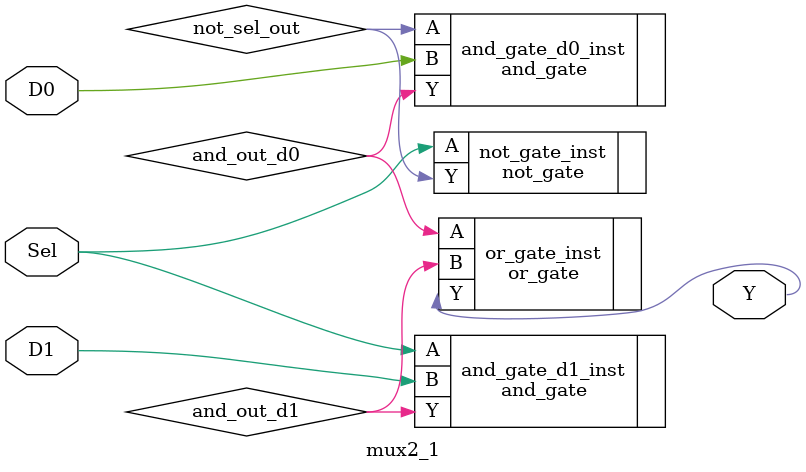
<source format=v>
module mux2_1 (

    input wire D0,
    input wire D1,
    input wire Sel,
    output wire Y
);

wire not_sel_out;
wire and_out_d0;
wire and_out_d1;

not_gate not_gate_inst (

    .A(Sel),
    .Y(not_sel_out)
);


and_gate and_gate_d0_inst (

    .A(not_sel_out), 
    .B(D0), 
    .Y(and_out_d0)
);


and_gate and_gate_d1_inst (

    .A(Sel), 
    .B(D1), 
    .Y(and_out_d1)
);


or_gate or_gate_inst (

    .A(and_out_d0), 
    .B(and_out_d1), 
    .Y(Y)
);

endmodule
</source>
